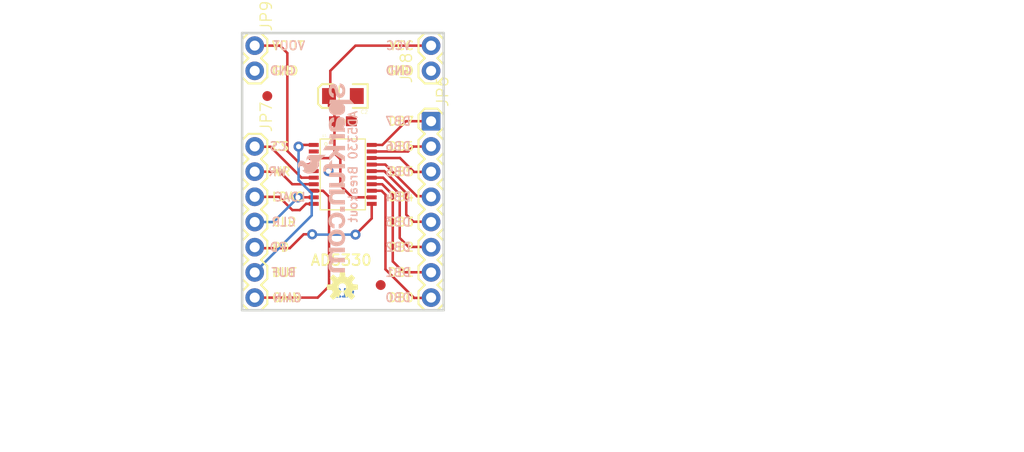
<source format=kicad_pcb>
(kicad_pcb (version 20211014) (generator pcbnew)
  (layers (0 "F.Cu" signal) (31 "B.Cu" signal) (34 "B.Paste" user) (35 "F.Paste" user) (36 "B.SilkS" user "B.Silkscreen") (37 "F.SilkS" user "F.Silkscreen") (38 "B.Mask" user) (39 "F.Mask" user) (44 "Edge.Cuts" user))
  (net 0 "")
  (net 1 "VCC")
  (net 2 "GND")
  (net 3 "BUF")
  (net 4 "GAIN")
  (net 5 "DB0")
  (net 6 "DB1")
  (net 7 "DB2")
  (net 8 "DB3")
  (net 9 "DB4")
  (net 10 "DB5")
  (net 11 "DB6")
  (net 12 "DB7")
  (net 13 "CS")
  (net 14 "WR")
  (net 15 "LDAC")
  (net 16 "CLR")
  (net 17 "PD")
  (net 18 "VOUT")
  (footprint "boardEagle:EIA3216" (layer "F.Cu") (at 148.5011 97.3836 180)
    (fp_text reference "C2" (at -2.54 -1.381 180) (layer "F.SilkS") (effects (font (size 0.373888 0.373888) (thickness 0.032512)) (justify right top)))
    (fp_text value "10uF")
    (pad "A" smd rect (at 1.4 0 270) (size 1.6 1.4) (layers "F.Cu" "F.Paste" "F.Mask") (net 1 "VCC"))
    (pad "C" smd rect (at -1.4 0 270) (size 1.6 1.4) (layers "F.Cu" "F.Paste" "F.Mask") (net 2 "GND"))
  )
  (footprint "boardEagle:CREATIVE_COMMONS" (layer "F.Cu") (at 134.254644 132.9436)
    (fp_text reference "FRAME1" hide)
    (fp_text value "FRAME-LETTER" hide)
  )
  (footprint "boardEagle:1X02" (layer "F.Cu") (at 139.6111 92.3036 -90)
    (fp_text reference "JP9" (at -1.3462 -1.8288 -90) (layer "F.SilkS") (effects (font (size 1.143 1.143) (thickness 0.127)) (justify left bottom)))
    (fp_text value "")
    (pad "1" thru_hole circle (at 0 0) (size 1.8796 1.8796) (drill 1.016) (layers *.Cu *.Mask) (net 18 "VOUT"))
    (pad "2" thru_hole circle (at 2.54 0) (size 1.8796 1.8796) (drill 1.016) (layers *.Cu *.Mask) (net 2 "GND"))
  )
  (footprint "boardEagle:1X02" (layer "F.Cu") (at 157.3911 94.8436 90)
    (fp_text reference "JP8" (at -1.3462 -1.8288 90) (layer "F.SilkS") (effects (font (size 1.143 1.143) (thickness 0.127)) (justify left bottom)))
    (fp_text value "")
    (pad "1" thru_hole circle (at 0 0 180) (size 1.8796 1.8796) (drill 1.016) (layers *.Cu *.Mask) (net 2 "GND"))
    (pad "2" thru_hole circle (at 2.54 0 180) (size 1.8796 1.8796) (drill 1.016) (layers *.Cu *.Mask) (net 1 "VCC"))
  )
  (footprint "boardEagle:FIDUCIAL-1X2" (layer "F.Cu") (at 152.3111 116.4336)
    (fp_text reference "JP3" hide)
    (fp_text value "FIDUCIAL1X2" hide)
    (pad "1" smd roundrect (at 0 0) (size 1 1) (layers "F.Cu" "F.Mask") (roundrect_rratio 0.5))
  )
  (footprint "boardEagle:TSSOP20" (layer "F.Cu") (at 148.5011 105.0036)
    (fp_text reference "U1" (at -2.116 -3.4908) (layer "F.SilkS") (effects (font (size 0.23368 0.23368) (thickness 0.02032)) (justify left bottom)))
    (fp_text value "AD5330")
    (pad "1" smd rect (at -2.937 -2.6928) (size 1 0.4) (layers "F.Cu" "F.Paste" "F.Mask") (net 3 "BUF"))
    (pad "2" smd rect (at -2.937 -2.0324) (size 1 0.4) (layers "F.Cu" "F.Paste" "F.Mask"))
    (pad "3" smd rect (at -2.937 -1.372) (size 1 0.4) (layers "F.Cu" "F.Paste" "F.Mask") (net 1 "VCC"))
    (pad "4" smd rect (at -2.937 -0.7116) (size 1 0.4) (layers "F.Cu" "F.Paste" "F.Mask") (net 18 "VOUT"))
    (pad "5" smd rect (at -2.937 -0.0512) (size 1 0.4) (layers "F.Cu" "F.Paste" "F.Mask") (net 2 "GND"))
    (pad "6" smd rect (at -2.937 0.6092) (size 1 0.4) (layers "F.Cu" "F.Paste" "F.Mask") (net 13 "CS"))
    (pad "7" smd rect (at -2.937 1.2696) (size 1 0.4) (layers "F.Cu" "F.Paste" "F.Mask") (net 14 "WR"))
    (pad "8" smd rect (at -2.943 1.93) (size 1 0.4) (layers "F.Cu" "F.Paste" "F.Mask") (net 4 "GAIN"))
    (pad "9" smd rect (at -2.937 2.5904) (size 1 0.4) (layers "F.Cu" "F.Paste" "F.Mask") (net 16 "CLR"))
    (pad "10" smd rect (at -2.937 3.2508) (size 1 0.4) (layers "F.Cu" "F.Paste" "F.Mask") (net 15 "LDAC"))
    (pad "11" smd rect (at 2.905 3.2508) (size 1 0.4) (layers "F.Cu" "F.Paste" "F.Mask") (net 17 "PD"))
    (pad "12" smd rect (at 2.905 2.5904) (size 1 0.4) (layers "F.Cu" "F.Paste" "F.Mask") (net 1 "VCC"))
    (pad "13" smd rect (at 2.911 1.93) (size 1 0.4) (layers "F.Cu" "F.Paste" "F.Mask") (net 5 "DB0"))
    (pad "14" smd rect (at 2.905 1.2696) (size 1 0.4) (layers "F.Cu" "F.Paste" "F.Mask") (net 6 "DB1"))
    (pad "15" smd rect (at 2.905 0.6092) (size 1 0.4) (layers "F.Cu" "F.Paste" "F.Mask") (net 7 "DB2"))
    (pad "16" smd rect (at 2.905 -0.0512) (size 1 0.4) (layers "F.Cu" "F.Paste" "F.Mask") (net 8 "DB3"))
    (pad "17" smd rect (at 2.905 -0.7116) (size 1 0.4) (layers "F.Cu" "F.Paste" "F.Mask") (net 9 "DB4"))
    (pad "18" smd rect (at 2.905 -1.372) (size 1 0.4) (layers "F.Cu" "F.Paste" "F.Mask") (net 10 "DB5"))
    (pad "19" smd rect (at 2.905 -2.0324) (size 1 0.4) (layers "F.Cu" "F.Paste" "F.Mask") (net 11 "DB6"))
    (pad "20" smd rect (at 2.905 -2.6928) (size 1 0.4) (layers "F.Cu" "F.Paste" "F.Mask") (net 12 "DB7"))
  )
  (footprint "boardEagle:0603-CAP" (layer "F.Cu") (at 148.5011 99.9236)
    (fp_text reference "C1" (at -0.889 -0.762) (layer "F.SilkS") (effects (font (size 0.373888 0.373888) (thickness 0.032512)) (justify left bottom)))
    (fp_text value "0.1uF")
    (pad "1" smd rect (at -0.85 0) (size 1.1 1) (layers "F.Cu" "F.Paste" "F.Mask") (net 1 "VCC"))
    (pad "2" smd rect (at 0.85 0) (size 1.1 1) (layers "F.Cu" "F.Paste" "F.Mask") (net 2 "GND"))
  )
  (footprint "boardEagle:1X08" (layer "F.Cu") (at 157.3911 99.9236 -90)
    (fp_text reference "JP6" (at -1.3462 -1.8288 -90) (layer "F.SilkS") (effects (font (size 1.143 1.143) (thickness 0.127)) (justify left bottom)))
    (fp_text value "")
    (pad "1" thru_hole rect (at 0 0) (size 1.8796 1.8796) (drill 1.016) (layers *.Cu *.Mask) (net 12 "DB7"))
    (pad "2" thru_hole circle (at 2.54 0) (size 1.8796 1.8796) (drill 1.016) (layers *.Cu *.Mask) (net 11 "DB6"))
    (pad "3" thru_hole circle (at 5.08 0) (size 1.8796 1.8796) (drill 1.016) (layers *.Cu *.Mask) (net 10 "DB5"))
    (pad "4" thru_hole circle (at 7.62 0) (size 1.8796 1.8796) (drill 1.016) (layers *.Cu *.Mask) (net 9 "DB4"))
    (pad "5" thru_hole circle (at 10.16 0) (size 1.8796 1.8796) (drill 1.016) (layers *.Cu *.Mask) (net 8 "DB3"))
    (pad "6" thru_hole circle (at 12.7 0) (size 1.8796 1.8796) (drill 1.016) (layers *.Cu *.Mask) (net 7 "DB2"))
    (pad "7" thru_hole circle (at 15.24 0) (size 1.8796 1.8796) (drill 1.016) (layers *.Cu *.Mask) (net 6 "DB1"))
    (pad "8" thru_hole circle (at 17.78 0) (size 1.8796 1.8796) (drill 1.016) (layers *.Cu *.Mask) (net 5 "DB0"))
  )
  (footprint "boardEagle:1X07" (layer "F.Cu") (at 139.6111 102.4636 -90)
    (fp_text reference "JP7" (at -1.3462 -1.8288 -90) (layer "F.SilkS") (effects (font (size 1.143 1.143) (thickness 0.127)) (justify left bottom)))
    (fp_text value "")
    (pad "1" thru_hole circle (at 0 0) (size 1.8796 1.8796) (drill 1.016) (layers *.Cu *.Mask) (net 13 "CS"))
    (pad "2" thru_hole circle (at 2.54 0) (size 1.8796 1.8796) (drill 1.016) (layers *.Cu *.Mask) (net 14 "WR"))
    (pad "3" thru_hole circle (at 5.08 0) (size 1.8796 1.8796) (drill 1.016) (layers *.Cu *.Mask) (net 15 "LDAC"))
    (pad "4" thru_hole circle (at 7.62 0) (size 1.8796 1.8796) (drill 1.016) (layers *.Cu *.Mask) (net 16 "CLR"))
    (pad "5" thru_hole circle (at 10.16 0) (size 1.8796 1.8796) (drill 1.016) (layers *.Cu *.Mask) (net 17 "PD"))
    (pad "6" thru_hole circle (at 12.7 0) (size 1.8796 1.8796) (drill 1.016) (layers *.Cu *.Mask) (net 3 "BUF"))
    (pad "7" thru_hole circle (at 15.24 0) (size 1.8796 1.8796) (drill 1.016) (layers *.Cu *.Mask) (net 4 "GAIN"))
  )
  (footprint "boardEagle:OSHW-LOGO-S" (layer "F.Cu") (at 148.4503 116.64696)
    (fp_text reference "LOGO1" hide)
    (fp_text value "OSHW-LOGOS" hide)
  )
  (footprint "boardEagle:FIDUCIAL-1X2" (layer "F.Cu") (at 140.8811 97.3836)
    (fp_text reference "JP2" hide)
    (fp_text value "FIDUCIAL1X2" hide)
    (pad "1" smd roundrect (at 0 0) (size 1 1) (layers "F.Cu" "F.Mask") (roundrect_rratio 0.5))
  )
  (footprint "boardEagle:SFE-NEW-WEBLOGO" (layer "B.Cu") (at 149.6441 96.1136 -90)
    (fp_text reference "JP1" hide)
    (fp_text value "LOGO-SFENEW" hide)
  )
  (gr_line (start 138.3411 118.9736) (end 138.3411 91.0336) (layer "Edge.Cuts") (width 0.254))
  (gr_line (start 158.6611 91.0336) (end 158.6611 118.9736) (layer "Edge.Cuts") (width 0.254))
  (gr_line (start 158.6611 118.9736) (end 138.3411 118.9736) (layer "Edge.Cuts") (width 0.254))
  (gr_line (start 138.3411 91.0336) (end 158.6611 91.0336) (layer "Edge.Cuts") (width 0.254))
  (gr_text "v12" (at 149.7711 117.7036) (layer "B.Cu") (effects (font (size 0.762 0.762) (thickness 0.254)) (justify left bottom mirror)))
  (gr_text "DB5" (at 152.6921 104.4956) (layer "B.SilkS") (effects (font (size 0.8636 0.8636) (thickness 0.1524)) (justify right top mirror)))
  (gr_text "VOUT" (at 144.78 92.80906) (layer "B.SilkS") (effects (font (size 0.8636 0.8636) (thickness 0.1524)) (justify left bottom mirror)))
  (gr_text "BUF" (at 143.868137 115.6716) (layer "B.SilkS") (effects (font (size 0.8636 0.8636) (thickness 0.1524)) (justify left bottom mirror)))
  (gr_text "AD5330 Breakout" (at 150.0251 98.7806 -270) (layer "B.SilkS") (effects (font (size 0.8636 0.8636) (thickness 0.1524)) (justify left bottom mirror)))
  (gr_text "GAIN" (at 144.480281 118.226841) (layer "B.SilkS") (effects (font (size 0.8636 0.8636) (thickness 0.1524)) (justify left bottom mirror)))
  (gr_text "DB0" (at 152.6921 117.1956) (layer "B.SilkS") (effects (font (size 0.8636 0.8636) (thickness 0.1524)) (justify right top mirror)))
  (gr_text "GND" (at 143.8656 95.333822) (layer "B.SilkS") (effects (font (size 0.8636 0.8636) (thickness 0.1524)) (justify left bottom mirror)))
  (gr_text "CLR" (at 143.850362 110.5916) (layer "B.SilkS") (effects (font (size 0.8636 0.8636) (thickness 0.1524)) (justify left bottom mirror)))
  (gr_text "WR" (at 142.948662 105.5116) (layer "B.SilkS") (effects (font (size 0.8636 0.8636) (thickness 0.1524)) (justify left bottom mirror)))
  (gr_text "PD" (at 142.948659 113.1316) (layer "B.SilkS") (effects (font (size 0.8636 0.8636) (thickness 0.1524)) (justify left bottom mirror)))
  (gr_text "DB2" (at 152.6921 112.1156) (layer "B.SilkS") (effects (font (size 0.8636 0.8636) (thickness 0.1524)) (justify right top mirror)))
  (gr_text "DB7" (at 152.6921 99.4156) (layer "B.SilkS") (effects (font (size 0.8636 0.8636) (thickness 0.1524)) (justify right top mirror)))
  (gr_text "DB3" (at 152.6921 109.5756) (layer "B.SilkS") (effects (font (size 0.8636 0.8636) (thickness 0.1524)) (justify right top mirror)))
  (gr_text "VCC" (at 152.750518 91.787982) (layer "B.SilkS") (effects (font (size 0.8636 0.8636) (thickness 0.1524)) (justify right top mirror)))
  (gr_text "GND" (at 152.712421 94.3229) (layer "B.SilkS") (effects (font (size 0.8636 0.8636) (thickness 0.1524)) (justify right top mirror)))
  (gr_text "CS" (at 142.9131 102.9716) (layer "B.SilkS") (effects (font (size 0.8636 0.8636) (thickness 0.1524)) (justify left bottom mirror)))
  (gr_text "LDAC" (at 144.8308 108.069379) (layer "B.SilkS") (effects (font (size 0.8636 0.8636) (thickness 0.1524)) (justify left bottom mirror)))
  (gr_text "DB6" (at 152.6921 101.9556) (layer "B.SilkS") (effects (font (size 0.8636 0.8636) (thickness 0.1524)) (justify right top mirror)))
  (gr_text "DB1" (at 152.6921 114.6556) (layer "B.SilkS") (effects (font (size 0.8636 0.8636) (thickness 0.1524)) (justify right top mirror)))
  (gr_text "DB4" (at 152.6921 107.0356) (layer "B.SilkS") (effects (font (size 0.8636 0.8636) (thickness 0.1524)) (justify right top mirror)))
  (gr_text "BUF" (at 141.2621 115.6716) (layer "F.SilkS") (effects (font (size 0.8636 0.8636) (thickness 0.1524)) (justify left bottom)))
  (gr_text "DB6" (at 155.7401 101.9556) (layer "F.SilkS") (effects (font (size 0.8636 0.8636) (thickness 0.1524)) (justify right top)))
  (gr_text "GAIN" (at 141.2621 118.2116) (layer "F.SilkS") (effects (font (size 0.8636 0.8636) (thickness 0.1524)) (justify left bottom)))
  (gr_text "DB5" (at 155.7401 104.4956) (layer "F.SilkS") (effects (font (size 0.8636 0.8636) (thickness 0.1524)) (justify right top)))
  (gr_text "DB4" (at 155.7401 107.0356) (layer "F.SilkS") (effects (font (size 0.8636 0.8636) (thickness 0.1524)) (justify right top)))
  (gr_text "GND" (at 155.7401 94.3356) (layer "F.SilkS") (effects (font (size 0.8636 0.8636) (thickness 0.1524)) (justify right top)))
  (gr_text "CLR" (at 141.2621 110.5916) (layer "F.SilkS") (effects (font (size 0.8636 0.8636) (thickness 0.1524)) (justify left bottom)))
  (gr_text "WR" (at 141.2621 105.5116) (layer "F.SilkS") (effects (font (size 0.8636 0.8636) (thickness 0.1524)) (justify left bottom)))
  (gr_text "GND" (at 141.2621 95.3516) (layer "F.SilkS") (effects (font (size 0.8636 0.8636) (thickness 0.1524)) (justify left bottom)))
  (gr_text "DB1" (at 155.7401 114.6556) (layer "F.SilkS") (effects (font (size 0.8636 0.8636) (thickness 0.1524)) (justify right top)))
  (gr_text "DB0" (at 155.7401 117.1956) (layer "F.SilkS") (effects (font (size 0.8636 0.8636) (thickness 0.1524)) (justify right top)))
  (gr_text "VCC" (at 155.7401 91.7956) (layer "F.SilkS") (effects (font (size 0.8636 0.8636) (thickness 0.1524)) (justify right top)))
  (gr_text "LDAC" (at 141.2621 108.0516) (layer "F.SilkS") (effects (font (size 0.8636 0.8636) (thickness 0.1524)) (justify left bottom)))
  (gr_text "DB2" (at 155.7401 112.1156) (layer "F.SilkS") (effects (font (size 0.8636 0.8636) (thickness 0.1524)) (justify right top)))
  (gr_text "AD5330" (at 145.1483 114.564157) (layer "F.SilkS") (effects (font (size 1.0795 1.0795) (thickness 0.1905)) (justify left bottom)))
  (gr_text "GND" (at 141.2621 95.3516) (layer "F.SilkS") (effects (font (size 0.8636 0.8636) (thickness 0.1524)) (justify left bottom)))
  (gr_text "CS" (at 141.2621 102.9716) (layer "F.SilkS") (effects (font (size 0.8636 0.8636) (thickness 0.1524)) (justify left bottom)))
  (gr_text "VOUT" (at 141.2621 92.8116) (layer "F.SilkS") (effects (font (size 0.8636 0.8636) (thickness 0.1524)) (justify left bottom)))
  (gr_text "GND" (at 155.7401 94.3356) (layer "F.SilkS") (effects (font (size 0.8636 0.8636) (thickness 0.1524)) (justify right top)))
  (gr_text "PD" (at 141.2621 113.1316) (layer "F.SilkS") (effects (font (size 0.8636 0.8636) (thickness 0.1524)) (justify left bottom)))
  (gr_text "DB7" (at 155.7401 99.4156) (layer "F.SilkS") (effects (font (size 0.8636 0.8636) (thickness 0.1524)) (justify right top)))
  (gr_text "DB3" (at 155.7401 109.5756) (layer "F.SilkS") (effects (font (size 0.8636 0.8636) (thickness 0.1524)) (justify right top)))
  (segment (start 147.1011 97.3836) (end 147.1011 98.386441) (width 0.254) (layer "F.Cu") (net 1))
  (segment (start 147.6511 103.130719) (end 147.6511 103.155382) (width 0.254) (layer "F.Cu") (net 1))
  (segment (start 157.3911 92.3036) (end 149.7711 92.3036) (width 0.254) (layer "F.Cu") (net 1))
  (segment (start 151.4057 107.5944) (end 151.4061 107.594) (width 0.254) (layer "F.Cu") (net 1))
  (segment (start 147.1422 103.639619) (end 145.572118 103.639619) (width 0.254) (layer "F.Cu") (net 1))
  (segment (start 148.244559 103.748841) (end 148.244559 106.405679) (width 0.254) (layer "F.Cu") (net 1))
  (segment (start 149.433281 107.5944) (end 151.4057 107.5944) (width 0.254) (layer "F.Cu") (net 1))
  (segment (start 147.1011 98.386441) (end 147.65274 98.938082) (width 0.254) (layer "F.Cu") (net 1))
  (segment (start 147.65274 99.92196) (end 147.6511 99.9236) (width 0.254) (layer "F.Cu") (net 1))
  (segment (start 147.6511 99.9236) (end 147.6511 103.130719) (width 0.254) (layer "F.Cu") (net 1))
  (segment (start 145.572118 103.639619) (end 145.5641 103.6316) (width 0.254) (layer "F.Cu") (net 1))
  (segment (start 147.65274 98.938082) (end 147.65274 99.92196) (width 0.254) (layer "F.Cu") (net 1))
  (segment (start 147.6511 103.155382) (end 148.244559 103.748841) (width 0.254) (layer "F.Cu") (net 1))
  (segment (start 149.7711 92.3036) (end 147.2311 94.8436) (width 0.254) (layer "F.Cu") (net 1))
  (segment (start 147.6511 103.130719) (end 147.1422 103.639619) (width 0.254) (layer "F.Cu") (net 1))
  (segment (start 147.2311 94.8436) (end 147.2311 97.2536) (width 0.254) (layer "F.Cu") (net 1))
  (segment (start 148.244559 106.405679) (end 149.433281 107.5944) (width 0.254) (layer "F.Cu") (net 1))
  (segment (start 147.2311 97.2536) (end 147.1011 97.3836) (width 0.254) (layer "F.Cu") (net 1))
  (via (at 147.050759 104.957882) (size 1.016) (drill 0.508) (layers "F.Cu" "B.Cu") (net 2))
  (segment (start 145.5641 102.3108) (end 144.203821 102.3108) (width 0.254) (layer "F.Cu") (net 3))
  (segment (start 144.203821 102.3108) (end 144.03324 102.481382) (width 0.254) (layer "F.Cu") (net 3))
  (via (at 144.03324 102.481382) (size 1.016) (drill 0.508) (layers "F.Cu" "B.Cu") (net 3))
  (segment (start 144.03324 102.481382) (end 144.03324 105.862122) (width 0.254) (layer "B.Cu") (net 3))
  (segment (start 144.03324 105.862122) (end 145.359118 107.188) (width 0.254) (layer "B.Cu") (net 3))
  (segment (start 139.6238 115.1763) (end 139.6111 115.1636) (width 0.254) (layer "B.Cu") (net 3))
  (segment (start 145.359118 109.415582) (end 139.6111 115.1636) (width 0.254) (layer "B.Cu") (net 3))
  (segment (start 145.359118 107.188) (end 145.359118 109.415582) (width 0.254) (layer "B.Cu") (net 3))
  (segment (start 146.4941 106.9336) (end 147.1041 107.5436) (width 0.254) (layer "F.Cu") (net 4))
  (segment (start 147.1041 107.5436) (end 147.1041 116.5606) (width 0.254) (layer "F.Cu") (net 4))
  (segment (start 147.1041 116.5606) (end 145.9611 117.7036) (width 0.254) (layer "F.Cu") (net 4))
  (segment (start 145.5581 106.9336) (end 146.4941 106.9336) (width 0.254) (layer "F.Cu") (net 4))
  (segment (start 145.9611 117.7036) (end 139.6111 117.7036) (width 0.254) (layer "F.Cu") (net 4))
  (segment (start 155.674059 117.734082) (end 157.360618 117.734082) (width 0.254) (layer "F.Cu") (net 5))
  (segment (start 151.4121 106.9336) (end 152.397059 106.9336) (width 0.254) (layer "F.Cu") (net 5))
  (segment (start 152.791159 114.851182) (end 155.674059 117.734082) (width 0.254) (layer "F.Cu") (net 5))
  (segment (start 152.791159 107.3277) (end 152.791159 114.851182) (width 0.254) (layer "F.Cu") (net 5))
  (segment (start 157.360618 117.734082) (end 157.3911 117.7036) (width 0.254) (layer "F.Cu") (net 5))
  (segment (start 152.397059 106.9336) (end 152.791159 107.3277) (width 0.254) (layer "F.Cu") (net 5))
  (segment (start 151.4061 106.2732) (end 152.458018 106.2732) (width 0.254) (layer "F.Cu") (net 6))
  (segment (start 153.527759 114.051079) (end 154.62504 115.14836) (width 0.254) (layer "F.Cu") (net 6))
  (segment (start 157.375859 115.14836) (end 157.3911 115.1636) (width 0.254) (layer "F.Cu") (net 6))
  (segment (start 154.62504 115.14836) (end 157.375859 115.14836) (width 0.254) (layer "F.Cu") (net 6))
  (segment (start 153.527759 107.342941) (end 153.527759 114.051079) (width 0.254) (layer "F.Cu") (net 6))
  (segment (start 152.458018 106.2732) (end 153.527759 107.342941) (width 0.254) (layer "F.Cu") (net 6))
  (segment (start 152.552 105.6128) (end 154.2288 107.2896) (width 0.254) (layer "F.Cu") (net 7))
  (segment (start 154.2288 111.691419) (end 155.13304 112.59566) (width 0.254) (layer "F.Cu") (net 7))
  (segment (start 154.2288 107.2896) (end 154.2288 111.691419) (width 0.254) (layer "F.Cu") (net 7))
  (segment (start 151.4061 105.6128) (end 152.552 105.6128) (width 0.254) (layer "F.Cu") (net 7))
  (segment (start 157.363159 112.59566) (end 157.3911 112.6236) (width 0.254) (layer "F.Cu") (net 7))
  (segment (start 155.13304 112.59566) (end 157.363159 112.59566) (width 0.254) (layer "F.Cu") (net 7))
  (segment (start 152.679 104.9524) (end 154.886659 107.16006) (width 0.254) (layer "F.Cu") (net 8))
  (segment (start 154.886659 109.339379) (end 155.60294 110.05566) (width 0.254) (layer "F.Cu") (net 8))
  (segment (start 155.60294 110.05566) (end 157.363159 110.05566) (width 0.254) (layer "F.Cu") (net 8))
  (segment (start 154.886659 107.16006) (end 154.886659 109.339379) (width 0.254) (layer "F.Cu") (net 8))
  (segment (start 157.363159 110.05566) (end 157.3911 110.0836) (width 0.254) (layer "F.Cu") (net 8))
  (segment (start 151.4061 104.9524) (end 152.679 104.9524) (width 0.254) (layer "F.Cu") (net 8))
  (segment (start 151.4061 104.292) (end 152.772981 104.292) (width 0.254) (layer "F.Cu") (net 9))
  (segment (start 155.95854 107.47756) (end 157.325059 107.47756) (width 0.254) (layer "F.Cu") (net 9))
  (segment (start 152.772981 104.292) (end 155.95854 107.47756) (width 0.254) (layer "F.Cu") (net 9))
  (segment (start 157.325059 107.47756) (end 157.3911 107.5436) (width 0.254) (layer "F.Cu") (net 9))
  (segment (start 154.256337 103.6316) (end 155.658818 105.034082) (width 0.254) (layer "F.Cu") (net 10))
  (segment (start 155.658818 105.034082) (end 157.360618 105.034082) (width 0.254) (layer "F.Cu") (net 10))
  (segment (start 157.360618 105.034082) (end 157.3911 105.0036) (width 0.254) (layer "F.Cu") (net 10))
  (segment (start 151.4061 103.6316) (end 154.256337 103.6316) (width 0.254) (layer "F.Cu") (net 10))
  (segment (start 155.06994 102.9712) (end 155.56484 102.4763) (width 0.254) (layer "F.Cu") (net 11))
  (segment (start 157.3784 102.4763) (end 157.3911 102.4636) (width 0.254) (layer "F.Cu") (net 11))
  (segment (start 151.4061 102.9712) (end 155.06994 102.9712) (width 0.254) (layer "F.Cu") (net 11))
  (segment (start 155.56484 102.4763) (end 157.3784 102.4763) (width 0.254) (layer "F.Cu") (net 11))
  (segment (start 151.4061 102.3108) (end 152.479137 102.3108) (width 0.254) (layer "F.Cu") (net 12))
  (segment (start 152.479137 102.3108) (end 154.871418 99.918519) (width 0.254) (layer "F.Cu") (net 12))
  (segment (start 157.386018 99.918519) (end 157.3911 99.9236) (width 0.254) (layer "F.Cu") (net 12))
  (segment (start 154.871418 99.918519) (end 157.386018 99.918519) (width 0.254) (layer "F.Cu") (net 12))
  (segment (start 139.646659 102.49916) (end 139.6111 102.4636) (width 0.254) (layer "F.Cu") (net 13))
  (segment (start 145.5641 105.6128) (end 144.3224 105.6128) (width 0.254) (layer "F.Cu") (net 13))
  (segment (start 141.208759 102.49916) (end 139.646659 102.49916) (width 0.254) (layer "F.Cu") (net 13))
  (segment (start 144.3224 105.6128) (end 141.208759 102.49916) (width 0.254) (layer "F.Cu") (net 13))
  (segment (start 143.397837 106.2732) (end 142.133318 105.008682) (width 0.254) (layer "F.Cu") (net 14))
  (segment (start 145.5641 106.2732) (end 143.397837 106.2732) (width 0.254) (layer "F.Cu") (net 14))
  (segment (start 142.133318 105.008682) (end 139.616181 105.008682) (width 0.254) (layer "F.Cu") (net 14))
  (segment (start 139.616181 105.008682) (end 139.6111 105.0036) (width 0.254) (layer "F.Cu") (net 14))
  (segment (start 145.5641 108.2544) (end 144.7804 108.2544) (width 0.254) (layer "F.Cu") (net 15))
  (segment (start 144.7804 108.2544) (end 144.155159 108.879641) (width 0.254) (layer "F.Cu") (net 15))
  (segment (start 139.616181 107.548682) (end 139.6111 107.5436) (width 0.254) (layer "F.Cu") (net 15))
  (segment (start 143.4084 108.879641) (end 142.07744 107.548682) (width 0.254) (layer "F.Cu") (net 15))
  (segment (start 144.155159 108.879641) (end 143.4084 108.879641) (width 0.254) (layer "F.Cu") (net 15))
  (segment (start 142.07744 107.548682) (end 139.616181 107.548682) (width 0.254) (layer "F.Cu") (net 15))
  (segment (start 145.5641 107.594) (end 143.977762 107.594) (width 0.254) (layer "F.Cu") (net 16))
  (segment (start 143.977762 107.594) (end 143.972281 107.599482) (width 0.254) (layer "F.Cu") (net 16))
  (via (at 143.972281 107.599482) (size 1.016) (drill 0.508) (layers "F.Cu" "B.Cu") (net 16))
  (segment (start 141.5034 110.08106) (end 139.61364 110.08106) (width 0.254) (layer "B.Cu") (net 16))
  (segment (start 143.972281 107.599482) (end 143.972281 107.612179) (width 0.254) (layer "B.Cu") (net 16))
  (segment (start 143.972281 107.612179) (end 141.5034 110.08106) (width 0.254) (layer "B.Cu") (net 16))
  (segment (start 139.61364 110.08106) (end 139.6111 110.0836) (width 0.254) (layer "B.Cu") (net 16))
  (segment (start 151.4061 108.2544) (end 151.4061 109.7186) (width 0.254) (layer "F.Cu") (net 17))
  (segment (start 145.40484 111.320582) (end 144.546318 111.320582) (width 0.254) (layer "F.Cu") (net 17))
  (segment (start 144.546318 111.320582) (end 143.146781 112.720119) (width 0.254) (layer "F.Cu") (net 17))
  (segment (start 139.707618 112.720119) (end 139.6111 112.6236) (width 0.254) (layer "F.Cu") (net 17))
  (segment (start 143.146781 112.720119) (end 139.707618 112.720119) (width 0.254) (layer "F.Cu") (net 17))
  (segment (start 151.4061 109.7186) (end 149.7711 111.3536) (width 0.254) (layer "F.Cu") (net 17))
  (via (at 149.7711 111.3536) (size 1.016) (drill 0.508) (layers "F.Cu" "B.Cu") (net 17))
  (via (at 145.40484 111.320582) (size 1.016) (drill 0.508) (layers "F.Cu" "B.Cu") (net 17))
  (segment (start 149.7711 111.3536) (end 145.437859 111.3536) (width 0.254) (layer "B.Cu") (net 17))
  (segment (start 145.437859 111.3536) (end 145.40484 111.320582) (width 0.254) (layer "B.Cu") (net 17))
  (segment (start 144.269059 104.292) (end 142.9004 102.923341) (width 0.254) (layer "F.Cu") (net 18))
  (segment (start 142.9004 93.0529) (end 142.1511 92.3036) (width 0.254) (layer "F.Cu") (net 18))
  (segment (start 142.1511 92.3036) (end 139.6111 92.3036) (width 0.254) (layer "F.Cu") (net 18))
  (segment (start 142.9004 102.923341) (end 142.9004 93.0529) (width 0.254) (layer "F.Cu") (net 18))
  (segment (start 145.5641 104.292) (end 144.269059 104.292) (width 0.254) (layer "F.Cu") (net 18))
)
</source>
